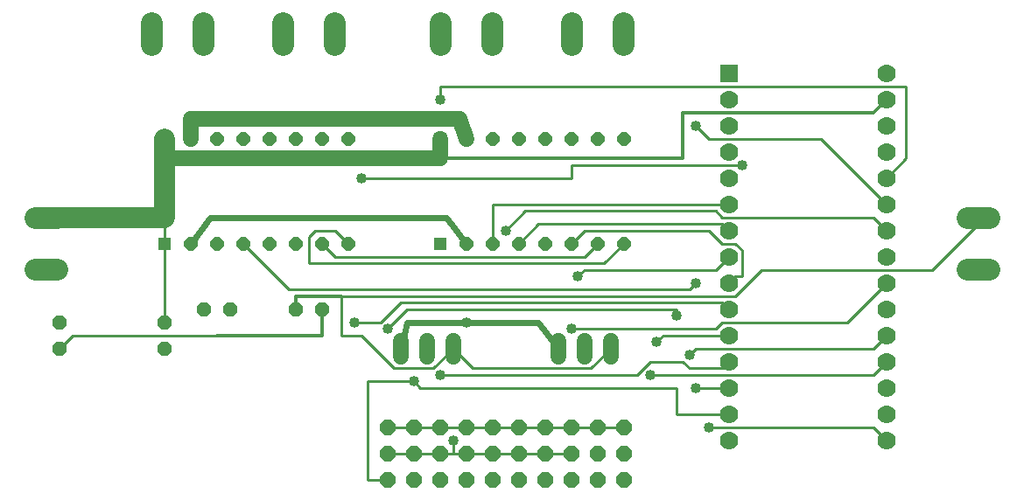
<source format=gtl>
G75*
%MOIN*%
%OFA0B0*%
%FSLAX25Y25*%
%IPPOS*%
%LPD*%
%AMOC8*
5,1,8,0,0,1.08239X$1,22.5*
%
%ADD10OC8,0.05200*%
%ADD11C,0.08250*%
%ADD12C,0.06000*%
%ADD13OC8,0.06000*%
%ADD14R,0.07000X0.07000*%
%ADD15C,0.07000*%
%ADD16R,0.05150X0.05150*%
%ADD17OC8,0.05150*%
%ADD18C,0.01000*%
%ADD19C,0.08000*%
%ADD20C,0.01200*%
%ADD21C,0.04000*%
%ADD22C,0.02400*%
D10*
X0051300Y0061000D03*
X0051300Y0071000D03*
X0091300Y0071000D03*
X0106300Y0076000D03*
X0116300Y0076000D03*
X0141300Y0076000D03*
X0151300Y0076000D03*
X0091300Y0061000D03*
D11*
X0050425Y0091157D02*
X0042175Y0091157D01*
X0042175Y0110843D02*
X0050425Y0110843D01*
X0086457Y0176875D02*
X0086457Y0185125D01*
X0106143Y0185125D02*
X0106143Y0176875D01*
X0136457Y0176875D02*
X0136457Y0185125D01*
X0156143Y0185125D02*
X0156143Y0176875D01*
X0196457Y0176875D02*
X0196457Y0185125D01*
X0216143Y0185125D02*
X0216143Y0176875D01*
X0246457Y0176875D02*
X0246457Y0185125D01*
X0266143Y0185125D02*
X0266143Y0176875D01*
X0397175Y0110843D02*
X0405425Y0110843D01*
X0405425Y0091157D02*
X0397175Y0091157D01*
D12*
X0261300Y0064000D02*
X0261300Y0058000D01*
X0251300Y0058000D02*
X0251300Y0064000D01*
X0241300Y0064000D02*
X0241300Y0058000D01*
X0201300Y0058000D02*
X0201300Y0064000D01*
X0191300Y0064000D02*
X0191300Y0058000D01*
X0181300Y0058000D02*
X0181300Y0064000D01*
X0196300Y0133500D02*
X0091300Y0133500D01*
X0101300Y0141000D02*
X0101300Y0148500D01*
X0203800Y0148500D01*
X0206300Y0141000D01*
X0196300Y0141000D02*
X0196300Y0133500D01*
D13*
X0196300Y0031000D03*
X0186300Y0031000D03*
X0176300Y0031000D03*
X0176300Y0021000D03*
X0186300Y0021000D03*
X0196300Y0021000D03*
X0206300Y0021000D03*
X0216300Y0021000D03*
X0226300Y0021000D03*
X0236300Y0021000D03*
X0246300Y0021000D03*
X0256300Y0021000D03*
X0266300Y0021000D03*
X0266300Y0031000D03*
X0256300Y0031000D03*
X0246300Y0031000D03*
X0236300Y0031000D03*
X0226300Y0031000D03*
X0216300Y0031000D03*
X0206300Y0031000D03*
X0206300Y0011000D03*
X0216300Y0011000D03*
X0226300Y0011000D03*
X0236300Y0011000D03*
X0246300Y0011000D03*
X0256300Y0011000D03*
X0266300Y0011000D03*
X0196300Y0011000D03*
X0186300Y0011000D03*
X0176300Y0011000D03*
D14*
X0306300Y0166000D03*
D15*
X0306300Y0156000D03*
X0306300Y0146000D03*
X0306300Y0136000D03*
X0306300Y0126000D03*
X0306300Y0116000D03*
X0306300Y0106000D03*
X0306300Y0096000D03*
X0306300Y0086000D03*
X0306300Y0076000D03*
X0306300Y0066000D03*
X0306300Y0056000D03*
X0306300Y0046000D03*
X0306300Y0036000D03*
X0306300Y0026000D03*
X0366300Y0026000D03*
X0366300Y0036000D03*
X0366300Y0046000D03*
X0366300Y0056000D03*
X0366300Y0066000D03*
X0366300Y0076000D03*
X0366300Y0086000D03*
X0366300Y0096000D03*
X0366300Y0106000D03*
X0366300Y0116000D03*
X0366300Y0126000D03*
X0366300Y0136000D03*
X0366300Y0146000D03*
X0366300Y0156000D03*
X0366300Y0166000D03*
D16*
X0196300Y0141000D03*
X0196300Y0101000D03*
X0091300Y0101000D03*
X0091300Y0141000D03*
D17*
X0101300Y0141000D03*
X0111300Y0141000D03*
X0121300Y0141000D03*
X0131300Y0141000D03*
X0141300Y0141000D03*
X0151300Y0141000D03*
X0161300Y0141000D03*
X0206300Y0141000D03*
X0216300Y0141000D03*
X0226300Y0141000D03*
X0236300Y0141000D03*
X0246300Y0141000D03*
X0256300Y0141000D03*
X0266300Y0141000D03*
X0266300Y0101000D03*
X0256300Y0101000D03*
X0246300Y0101000D03*
X0236300Y0101000D03*
X0226300Y0101000D03*
X0216300Y0101000D03*
X0206300Y0101000D03*
X0161300Y0101000D03*
X0151300Y0101000D03*
X0141300Y0101000D03*
X0131300Y0101000D03*
X0121300Y0101000D03*
X0111300Y0101000D03*
X0101300Y0101000D03*
D18*
X0091300Y0101000D02*
X0091300Y0111000D01*
X0091300Y0101000D02*
X0091300Y0071000D01*
X0111300Y0066000D02*
X0056300Y0066000D01*
X0051300Y0061000D01*
X0121300Y0101000D02*
X0138800Y0083500D01*
X0291300Y0083500D01*
X0293800Y0086000D01*
X0301300Y0091000D02*
X0306300Y0096000D01*
X0311300Y0098500D02*
X0311300Y0088500D01*
X0308800Y0088500D01*
X0306300Y0086000D01*
X0308800Y0081000D02*
X0158800Y0081000D01*
X0158800Y0066000D01*
X0166300Y0066000D01*
X0178800Y0053500D01*
X0193800Y0053500D01*
X0201300Y0061000D01*
X0208800Y0053500D01*
X0253800Y0053500D01*
X0261300Y0061000D01*
X0271300Y0051000D02*
X0276300Y0056000D01*
X0288800Y0056000D01*
X0291300Y0053500D01*
X0303800Y0053500D01*
X0306300Y0056000D01*
X0293800Y0061000D02*
X0291300Y0058500D01*
X0293800Y0061000D02*
X0361300Y0061000D01*
X0366300Y0066000D01*
X0351300Y0071000D02*
X0366300Y0086000D01*
X0383800Y0091000D02*
X0318800Y0091000D01*
X0308800Y0081000D01*
X0306300Y0076000D02*
X0303800Y0078500D01*
X0181300Y0078500D01*
X0173800Y0071000D01*
X0163800Y0071000D01*
X0176300Y0068500D02*
X0183800Y0076000D01*
X0286300Y0076000D01*
X0286300Y0073500D01*
X0281300Y0066000D02*
X0306300Y0066000D01*
X0303800Y0071000D02*
X0301300Y0068500D01*
X0246300Y0068500D01*
X0278800Y0063500D02*
X0281300Y0066000D01*
X0303800Y0071000D02*
X0351300Y0071000D01*
X0366300Y0056000D02*
X0361300Y0051000D01*
X0276300Y0051000D01*
X0271300Y0051000D02*
X0196300Y0051000D01*
X0188800Y0046000D02*
X0286300Y0046000D01*
X0286300Y0036000D01*
X0306300Y0036000D01*
X0298800Y0031000D02*
X0361300Y0031000D01*
X0366300Y0026000D01*
X0306300Y0046000D02*
X0293800Y0046000D01*
X0266300Y0031000D02*
X0256300Y0031000D01*
X0246300Y0031000D01*
X0236300Y0031000D01*
X0226300Y0031000D01*
X0216300Y0031000D01*
X0206300Y0031000D01*
X0196300Y0031000D01*
X0176300Y0031000D01*
X0176300Y0021000D02*
X0186300Y0021000D01*
X0196300Y0021000D01*
X0201300Y0021000D01*
X0206300Y0021000D01*
X0216300Y0021000D01*
X0226300Y0021000D01*
X0236300Y0021000D01*
X0246300Y0021000D01*
X0201300Y0021000D02*
X0201300Y0026000D01*
X0176300Y0011000D02*
X0168800Y0011000D01*
X0168800Y0048500D01*
X0186300Y0048500D01*
X0188800Y0046000D01*
X0248800Y0088500D02*
X0251300Y0091000D01*
X0301300Y0091000D01*
X0311300Y0098500D02*
X0308800Y0101000D01*
X0303800Y0101000D01*
X0298800Y0106000D01*
X0251300Y0106000D01*
X0246300Y0101000D01*
X0251300Y0096000D02*
X0256300Y0101000D01*
X0251300Y0096000D02*
X0156300Y0096000D01*
X0151300Y0101000D01*
X0146300Y0103500D02*
X0146300Y0093500D01*
X0258800Y0093500D01*
X0266300Y0101000D01*
X0233800Y0108500D02*
X0303800Y0108500D01*
X0306300Y0106000D01*
X0303800Y0111000D02*
X0361300Y0111000D01*
X0366300Y0106000D01*
X0366300Y0116000D02*
X0341300Y0141000D01*
X0298800Y0141000D01*
X0293800Y0146000D01*
X0311300Y0131000D02*
X0246300Y0131000D01*
X0246300Y0126000D01*
X0166300Y0126000D01*
X0156300Y0106000D02*
X0148800Y0106000D01*
X0146300Y0103500D01*
X0156300Y0106000D02*
X0161300Y0101000D01*
X0216300Y0101000D02*
X0216300Y0116000D01*
X0306300Y0116000D01*
X0303800Y0111000D02*
X0301300Y0113500D01*
X0228800Y0113500D01*
X0221300Y0106000D01*
X0226300Y0101000D02*
X0233800Y0108500D01*
X0196300Y0156000D02*
X0196300Y0161000D01*
X0373800Y0161000D01*
X0373800Y0133500D01*
X0366300Y0126000D01*
X0401300Y0110843D02*
X0401300Y0108500D01*
X0383800Y0091000D01*
X0046300Y0110843D02*
X0046300Y0111000D01*
D19*
X0091300Y0111000D01*
X0091300Y0133500D01*
X0091300Y0141000D01*
D20*
X0196300Y0133500D02*
X0288800Y0133500D01*
X0288800Y0151000D01*
X0361300Y0151000D01*
X0366300Y0156000D01*
X0158800Y0081000D02*
X0141300Y0081000D01*
X0141300Y0076000D01*
X0151300Y0076000D02*
X0151300Y0066000D01*
X0111300Y0066000D01*
D21*
X0163800Y0071000D03*
X0176300Y0068500D03*
X0206300Y0071000D03*
X0196300Y0051000D03*
X0186300Y0048500D03*
X0201300Y0026000D03*
X0276300Y0051000D03*
X0291300Y0058500D03*
X0278800Y0063500D03*
X0286300Y0073500D03*
X0293800Y0086000D03*
X0248800Y0088500D03*
X0246300Y0068500D03*
X0293800Y0046000D03*
X0298800Y0031000D03*
X0221300Y0106000D03*
X0166300Y0126000D03*
X0196300Y0156000D03*
X0293800Y0146000D03*
X0311300Y0131000D03*
D22*
X0206300Y0101000D02*
X0198800Y0111000D01*
X0108800Y0111000D01*
X0101300Y0101000D01*
X0183800Y0071000D02*
X0181300Y0061000D01*
X0183800Y0071000D02*
X0206300Y0071000D01*
X0233800Y0071000D01*
X0241300Y0061000D01*
M02*

</source>
